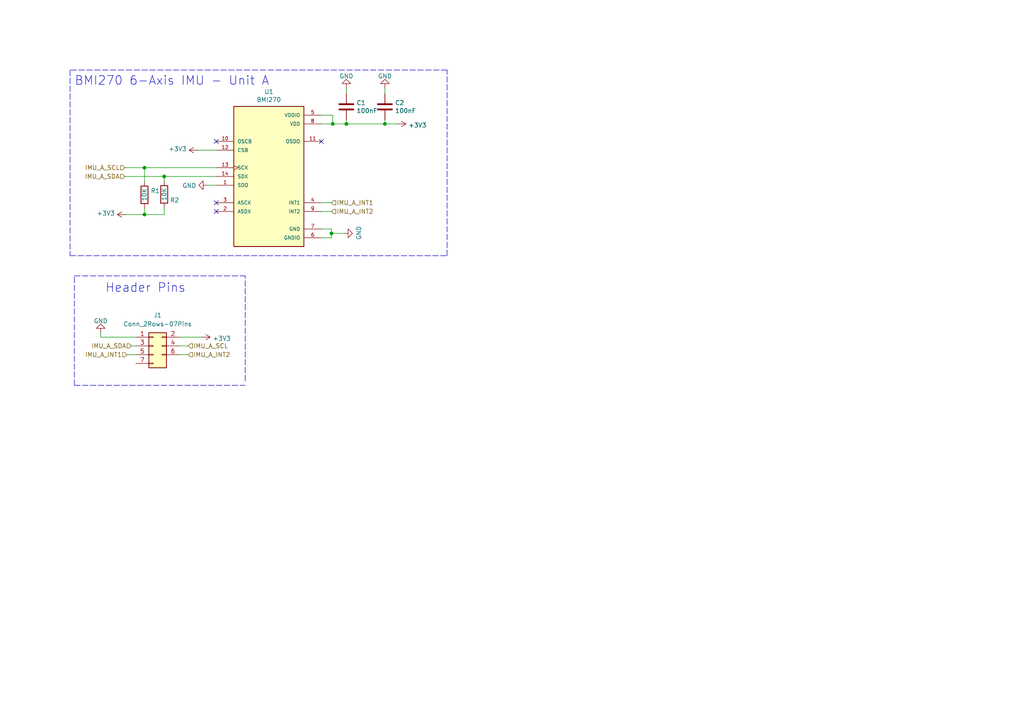
<source format=kicad_sch>
(kicad_sch (version 20211123) (generator eeschema)
  (paper "A4")
  (title_block (title "IMU Breakout Unit ") (rev "Rev 1.0") (company "Space@VT") (comment 1 "Edited by: Kylie Angel"))
  (lib_symbols
    (symbol "Connector_Generic:Conn_2Rows-07Pins" (pin_names (offset 1.016) hide)
      (property "Reference" "J" (at 1.27 5.08 0))
      (property "Value" "Conn_2Rows-07Pins" (at 1.27 -7.62 0))
      (symbol "Conn_2Rows-07Pins_1_1"
        (rectangle (start -1.27 -4.953) (end 0 -5.207) (stroke (width 0.1524)))
        (rectangle (start -1.27 -2.413) (end 0 -2.667) (stroke (width 0.1524)))
        (rectangle (start -1.27 0.127) (end 0 -0.127) (stroke (width 0.1524)))
        (rectangle (start -1.27 2.667) (end 0 2.413) (stroke (width 0.1524)))
        (rectangle (start -1.27 3.81) (end 3.81 -6.35) (stroke (width 0.254)) (fill (type background)))
        (rectangle (start 3.81 -2.413) (end 2.54 -2.667) (stroke (width 0.1524)))
        (rectangle (start 3.81 0.127) (end 2.54 -0.127) (stroke (width 0.1524)))
        (rectangle (start 3.81 2.667) (end 2.54 2.413) (stroke (width 0.1524)))
        (pin passive line (at -5.08 2.54 0) (length 3.81) (name "Pin_1") (number "1"))
        (pin passive line (at 7.62 2.54 180) (length 3.81) (name "Pin_2") (number "2"))
        (pin passive line (at -5.08 0 0) (length 3.81) (name "Pin_3") (number "3"))
        (pin passive line (at 7.62 0 180) (length 3.81) (name "Pin_4") (number "4"))
        (pin passive line (at -5.08 -2.54 0) (length 3.81) (name "Pin_5") (number "5"))
        (pin passive line (at 7.62 -2.54 180) (length 3.81) (name "Pin_6") (number "6"))
        (pin passive line (at -5.08 -5.08 0) (length 3.81) (name "Pin_7") (number "7"))
      )
    )
    (symbol "Device:C" (pin_numbers hide) (pin_names (offset 0.254))
      (property "Reference" "C" (at 0.635 2.54 0))
      (property "Value" "C" (at 0.635 -2.54 0))
      (symbol "C_0_1"
        (polyline (pts (xy -2.032 -0.762) (xy 2.032 -0.762)) (stroke (width 0.508)))
        (polyline (pts (xy -2.032 0.762) (xy 2.032 0.762)) (stroke (width 0.508)))
      )
      (symbol "C_1_1"
        (pin passive line (at 0 3.81 270) (length 2.794) (name "~") (number "1"))
        (pin passive line (at 0 -3.81 90) (length 2.794) (name "~") (number "2"))
      )
    )
    (symbol "Device:R" (pin_numbers hide) (pin_names (offset 0))
      (property "Reference" "R" (at 2.032 0 90))
      (property "Value" "R" (at 0 0 90))
      (symbol "R_0_1"
        (rectangle (start -1.016 -2.54) (end 1.016 2.54) (stroke (width 0.254)))
      )
      (symbol "R_1_1"
        (pin passive line (at 0 3.81 270) (length 1.27) (name "~") (number "1"))
        (pin passive line (at 0 -3.81 90) (length 1.27) (name "~") (number "2"))
      )
    )
    (symbol "InertialMeasurementUnits:BMI270" (pin_names (offset 1.016))
      (property "Reference" "U" (at -10.16 21.082 0))
      (property "Value" "InertialMeasurementUnits_BMI270" (at -10.16 -22.86 0))
      (symbol "BMI270_0_0"
        (rectangle (start -10.16 -20.32) (end 10.16 20.32) (stroke (width 0.254)) (fill (type background)))
        (pin bidirectional line (at -15.24 -2.54 0) (length 5.08) (name "SDO") (number "1"))
        (pin input line (at -15.24 10.16 0) (length 5.08) (name "OSCB") (number "10"))
        (pin output line (at 15.24 10.16 180) (length 5.08) (name "OSDO") (number "11"))
        (pin input line (at -15.24 7.62 0) (length 5.08) (name "CSB") (number "12"))
        (pin input clock (at -15.24 2.54 0) (length 5.08) (name "SCX") (number "13"))
        (pin bidirectional line (at -15.24 0 0) (length 5.08) (name "SDX") (number "14"))
        (pin bidirectional line (at -15.24 -10.16 0) (length 5.08) (name "ASDX") (number "2"))
        (pin bidirectional line (at -15.24 -7.62 0) (length 5.08) (name "ASCX") (number "3"))
        (pin bidirectional line (at 15.24 -7.62 180) (length 5.08) (name "INT1") (number "4"))
        (pin power_in line (at 15.24 17.78 180) (length 5.08) (name "VDDIO") (number "5"))
        (pin power_in line (at 15.24 -17.78 180) (length 5.08) (name "GNDIO") (number "6"))
        (pin power_in line (at 15.24 -15.24 180) (length 5.08) (name "GND") (number "7"))
        (pin power_in line (at 15.24 15.24 180) (length 5.08) (name "VDD") (number "8"))
        (pin bidirectional line (at 15.24 -10.16 180) (length 5.08) (name "INT2") (number "9"))
      )
    )
    (symbol "power:+3.3V" (power) (pin_names (offset 0))
      (property "Value" "+3.3V" (at 0 3.556 0))
      (symbol "+3.3V_0_1"
        (polyline (pts (xy -0.762 1.27) (xy 0 2.54)))
        (polyline (pts (xy 0 0) (xy 0 2.54)))
        (polyline (pts (xy 0 2.54) (xy 0.762 1.27)))
      )
      (symbol "+3.3V_1_1"
        (pin power_in line (at 0 0 90) (length 0) hide (name "+3V3") (number "1"))
      )
    )
    (symbol "power:GND" (power) (pin_names (offset 0))
      (property "Value" "GND" (at 0 -3.81 0))
      (symbol "GND_0_1"
        (polyline (pts (xy 0 0) (xy 0 -1.27) (xy 1.27 -1.27) (xy 0 -2.54) (xy -1.27 -1.27) (xy 0 -1.27)))
      )
      (symbol "GND_1_1"
        (pin power_in line (at 0 0 270) (length 0) hide (name "GND") (number "1"))
      )
    )
  )
  (junction (at 41.91 48.641))
  (junction (at 47.625 51.181))
  (junction (at 41.91 62.23))
  (junction (at 100.457 35.941))
  (junction (at 96.139 67.691))
  (junction (at 96.52 35.941))
  (junction (at 111.633 35.941))
  (no_connect (at 62.738 58.801))
  (no_connect (at 62.738 61.341))
  (no_connect (at 93.218 41.021))
  (no_connect (at 62.738 41.021))
  (wire (pts (xy 57.404 43.561) (xy 62.738 43.561)))
  (wire (pts (xy 36.195 51.181) (xy 47.625 51.181)))
  (wire (pts (xy 47.625 51.181) (xy 62.738 51.181)))
  (wire (pts (xy 41.91 52.705) (xy 41.91 48.641)))
  (wire (pts (xy 93.218 61.341) (xy 96.139 61.341)))
  (wire (pts (xy 96.52 33.401) (xy 96.52 35.941)))
  (wire (pts (xy 38.1 100.33) (xy 39.37 100.33)))
  (wire (pts (xy 111.633 34.798) (xy 111.633 35.941)))
  (polyline (pts (xy 21.59 111.76) (xy 71.12 111.76)))
  (polyline (pts (xy 21.59 80.01) (xy 71.12 80.01)))
  (wire (pts (xy 62.738 53.721) (xy 60.198 53.721)))
  (wire (pts (xy 99.695 67.691) (xy 96.139 67.691)))
  (wire (pts (xy 41.91 48.641) (xy 62.738 48.641)))
  (wire (pts (xy 29.21 97.79) (xy 29.21 96.52)))
  (wire (pts (xy 47.625 52.578) (xy 47.625 51.181)))
  (wire (pts (xy 96.52 35.941) (xy 100.457 35.941)))
  (wire (pts (xy 100.457 35.941) (xy 100.457 34.798)))
  (wire (pts (xy 93.218 66.421) (xy 96.139 66.421)))
  (wire (pts (xy 100.457 27.178) (xy 100.457 25.527)))
  (polyline (pts (xy 71.12 110.49) (xy 71.12 80.01)))
  (wire (pts (xy 111.633 27.178) (xy 111.633 25.527)))
  (wire (pts (xy 93.218 35.941) (xy 96.52 35.941)))
  (wire (pts (xy 93.218 68.961) (xy 96.139 68.961)))
  (wire (pts (xy 93.218 33.401) (xy 96.52 33.401)))
  (wire (pts (xy 47.625 62.23) (xy 47.625 60.198)))
  (wire (pts (xy 52.07 97.79) (xy 58.42 97.79)))
  (wire (pts (xy 36.195 48.641) (xy 41.91 48.641)))
  (polyline (pts (xy 129.667 74.168) (xy 129.667 20.32)))
  (wire (pts (xy 36.83 102.87) (xy 39.37 102.87)))
  (wire (pts (xy 100.457 35.941) (xy 111.633 35.941)))
  (polyline (pts (xy 20.32 20.32) (xy 20.32 74.168)))
  (polyline (pts (xy 21.59 111.76) (xy 21.59 80.01)))
  (wire (pts (xy 111.633 35.941) (xy 115.189 35.941)))
  (wire (pts (xy 36.576 62.23) (xy 41.91 62.23)))
  (wire (pts (xy 93.218 58.801) (xy 96.139 58.801)))
  (polyline (pts (xy 20.32 74.168) (xy 129.667 74.168)))
  (wire (pts (xy 96.139 67.691) (xy 96.139 68.961)))
  (wire (pts (xy 41.91 62.23) (xy 47.625 62.23)))
  (wire (pts (xy 52.07 102.87) (xy 54.61 102.87)))
  (wire (pts (xy 52.07 100.33) (xy 54.61 100.33)))
  (wire (pts (xy 39.37 97.79) (xy 29.21 97.79)))
  (wire (pts (xy 96.139 66.421) (xy 96.139 67.691)))
  (polyline (pts (xy 129.667 20.32) (xy 20.32 20.32)))
  (wire (pts (xy 41.91 60.325) (xy 41.91 62.23)))
  (text "BMI270 6-Axis IMU - Unit A" (at 21.59 25.019 0) (effects (font (size 2.54 2.54)) (justify left bottom)))
  (text "Header Pins" (at 30.48 85.09 0) (effects (font (size 2.54 2.54)) (justify left bottom)))
  (hierarchical_label "IMU_A_INT2" (shape input) (at 54.61 102.87 0))
  (hierarchical_label "IMU_A_SDA" (shape input) (at 36.195 51.181 180))
  (hierarchical_label "IMU_A_INT2" (shape input) (at 96.139 61.341 0))
  (hierarchical_label "IMU_A_INT1" (shape input) (at 36.83 102.87 180))
  (hierarchical_label "IMU_A_SDA" (shape input) (at 38.1 100.33 180))
  (hierarchical_label "IMU_A_SCL" (shape input) (at 36.195 48.641 180))
  (hierarchical_label "IMU_A_INT1" (shape input) (at 96.139 58.801 0))
  (hierarchical_label "IMU_A_SCL" (shape input) (at 54.61 100.33 0))
  (symbol (lib_id "Connector_Generic:Conn_2Rows-07Pins") (at 44.45 100.33 0) (unit 1)
    (property "Reference" "J1" (at 45.72 91.44 0))
    (property "Value" "Conn_2Rows-07Pins" (at 45.72 93.98 0))
    (property "Footprint" "Connector_PinHeader_2.54mm:PinHeader_1x06_P2.54mm_Vertical" (effects hide))
  )
  (symbol (lib_id "power:GND") (at 100.457 25.527 180) (unit 1)
    (property "Reference" "#PWR?" (effects hide))
    (property "Value" "GND" (at 100.457 22.098 0))
  )
  (symbol (lib_id "power:+3.3V") (at 57.404 43.561 90) (unit 1)
    (property "Reference" "#PWR?" (effects hide))
    (property "Value" "+3.3V" (at 54.1528 43.18 90) (effects (justify left)))
  )
  (symbol (lib_id "power:+3.3V") (at 36.576 62.23 90) (unit 1)
    (property "Reference" "#PWR?" (effects hide))
    (property "Value" "+3.3V" (at 33.3248 61.849 90) (effects (justify left)))
  )
  (symbol (lib_id "Device:C") (at 100.457 30.988 0) (unit 1)
    (property "Reference" "C1" (at 103.378 29.8196 0) (effects (justify left)))
    (property "Value" "100nF" (at 103.378 32.131 0) (effects (justify left)))
    (property "Footprint" "Capacitor_SMD:C_0603_1608Metric" (effects hide))
    (property "Datasheet" "https://content.kemet.com/datasheets/KEM_C1002_X7R_SMD.pdf" (effects hide))
    (property "MPN" "C0603C104J4RAC7867" (effects hide))
  )
  (symbol (lib_id "power:GND") (at 99.695 67.691 90) (unit 1)
    (property "Reference" "#PWR?" (effects hide))
    (property "Value" "GND" (at 104.0892 67.564 0))
  )
  (symbol (lib_id "Device:R") (at 47.625 56.388 0) (unit 1)
    (property "Reference" "R2" (at 49.276 58.039 0) (effects (justify left)))
    (property "Value" "10K" (at 47.625 58.293 90) (effects (justify left)))
    (property "Footprint" "Resistor_SMD:R_0603_1608Metric" (effects hide))
    (property "MPN" "RMCF0603FT10K0" (effects hide))
  )
  (symbol (lib_id "Device:C") (at 111.633 30.988 0) (unit 1)
    (property "Reference" "C2" (at 114.554 29.8196 0) (effects (justify left)))
    (property "Value" "100nF" (at 114.554 32.131 0) (effects (justify left)))
    (property "Footprint" "Capacitor_SMD:C_0603_1608Metric" (effects hide))
    (property "Datasheet" "https://content.kemet.com/datasheets/KEM_C1002_X7R_SMD.pdf" (effects hide))
    (property "MPN" "C0603C104J4RAC7867" (effects hide))
  )
  (symbol (lib_id "power:GND") (at 29.21 96.52 180) (unit 1)
    (property "Reference" "#PWR?" (effects hide))
    (property "Value" "GND" (at 29.21 93.091 0))
  )
  (symbol (lib_id "power:+3.3V") (at 115.189 35.941 270) (unit 1)
    (property "Reference" "#PWR?" (effects hide))
    (property "Value" "+3.3V" (at 118.4402 36.322 90) (effects (justify left)))
  )
  (symbol (lib_id "power:GND") (at 60.198 53.721 270) (unit 1)
    (property "Reference" "#PWR?" (effects hide))
    (property "Value" "GND" (at 56.9468 53.848 90) (effects (justify right)))
  )
  (symbol (lib_id "InertialMeasurementUnits:BMI270") (at 77.978 51.181 0) (unit 1)
    (property "Reference" "U1" (at 77.978 26.6192 0))
    (property "Value" "BMI270" (at 77.978 28.9306 0))
    (property "Footprint" "IMU:XDCR_BMI270" (effects hide))
    (property "Datasheet" "https://www.bosch-sensortec.com/media/boschsensortec/downloads/datasheets/bst-bmi270-ds000.pdf" (effects hide))
    (property "MAXIMUM_PACKAGE_HEIGHT" "0.87mm" (effects hide))
    (property "STANDARD" "Manufacturer Recommendations" (effects hide))
    (property "MANUFACTURER" "Bosch Sensortec" (effects hide))
    (property "PATREV" "1.0" (effects hide))
  )
  (symbol (lib_id "Device:R") (at 41.91 56.515 0) (unit 1)
    (property "Reference" "R1" (at 43.688 55.3466 0) (effects (justify left)))
    (property "Value" "10K" (at 41.91 58.42 90) (effects (justify left)))
    (property "Footprint" "Resistor_SMD:R_0603_1608Metric" (effects hide))
    (property "MPN" "RMCF0603FT10K0" (effects hide))
  )
  (symbol (lib_id "power:GND") (at 111.633 25.527 180) (unit 1)
    (property "Reference" "#PWR?" (effects hide))
    (property "Value" "GND" (at 111.633 22.098 0))
  )
  (symbol (lib_id "power:+3.3V") (at 58.42 97.79 270) (unit 1)
    (property "Reference" "#PWR?" (effects hide))
    (property "Value" "+3.3V" (at 61.6712 98.171 90) (effects (justify left)))
  )
)
</source>
